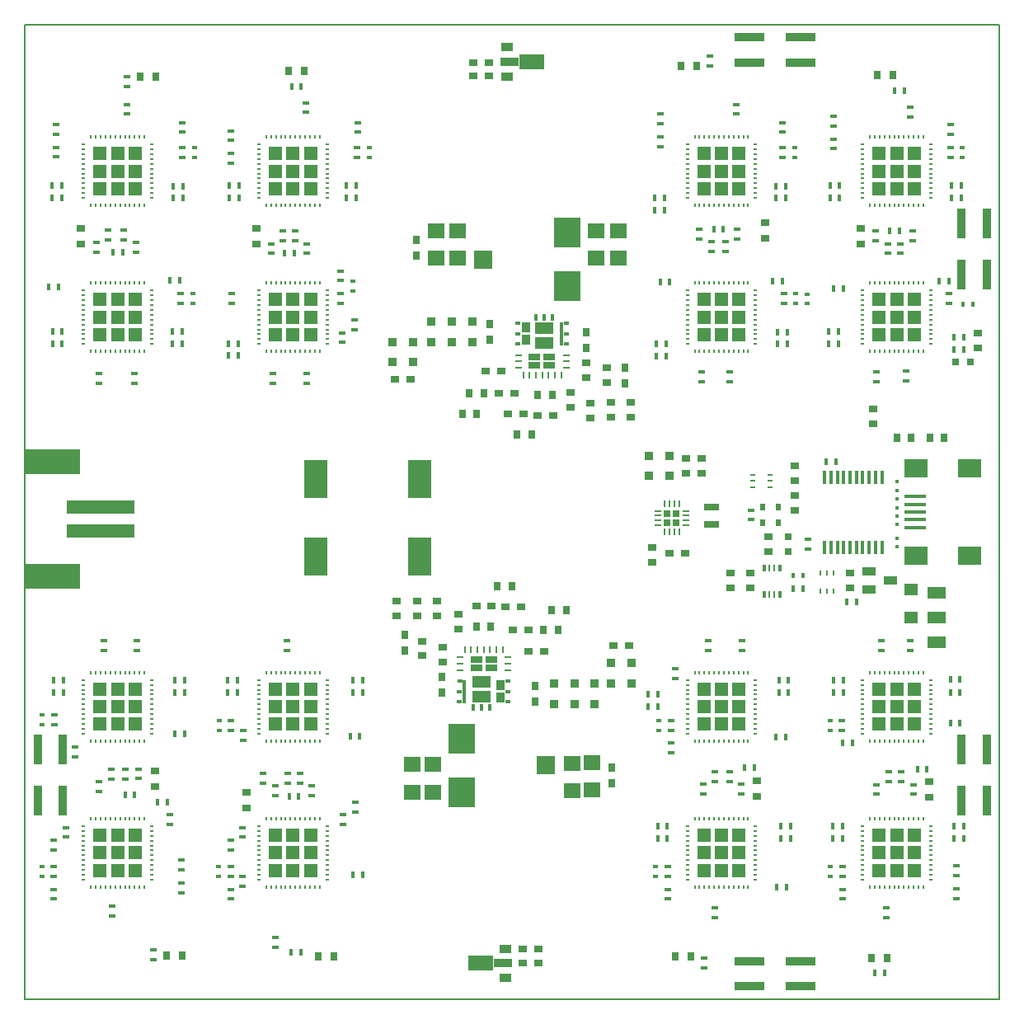
<source format=gtp>
G04 (created by PCBNEW (2013-05-16 BZR 4016)-stable) date 24. 12. 2013 16:18:25*
%MOIN*%
G04 Gerber Fmt 3.4, Leading zero omitted, Abs format*
%FSLAX34Y34*%
G01*
G70*
G90*
G04 APERTURE LIST*
%ADD10C,0.00590551*%
%ADD11R,0.023622X0.0314961*%
%ADD12R,0.0688315X0.0609315*%
%ADD13R,0.0865315X0.0176315*%
%ADD14R,0.0964315X0.0767315*%
%ADD15R,0.0240157X0.00984252*%
%ADD16R,0.0137315X0.0570315*%
%ADD17R,0.0767717X0.0480315*%
%ADD18R,0.0216315X0.0137315*%
%ADD19R,0.124016X0.0374016*%
%ADD20R,0.0374016X0.124016*%
%ADD21R,0.0176315X0.0098315*%
%ADD22R,0.0098315X0.0176315*%
%ADD23R,0.0570866X0.0570866*%
%ADD24R,0.0098315X0.0275315*%
%ADD25R,0.0275315X0.0098315*%
%ADD26R,0.0255906X0.0255906*%
%ADD27R,0.0098315X0.0255315*%
%ADD28R,0.0255315X0.0098315*%
%ADD29R,0.0216535X0.0149606*%
%ADD30R,0.0149606X0.0255906*%
%ADD31R,0.0452756X0.0255906*%
%ADD32R,0.075748X0.0468504*%
%ADD33R,0.0334646X0.0433071*%
%ADD34R,0.0129921X0.096063*%
%ADD35R,0.00984252X0.0240157*%
%ADD36R,0.0177165X0.0177165*%
%ADD37R,0.0492126X0.0334646*%
%ADD38R,0.0728346X0.0334646*%
%ADD39R,0.104331X0.0649606*%
%ADD40R,0.0137795X0.0275591*%
%ADD41R,0.00984252X0.0275591*%
%ADD42R,0.0531496X0.0374016*%
%ADD43R,0.0295276X0.0295276*%
%ADD44R,0.0531496X0.0492126*%
%ADD45R,0.0728346X0.0767717*%
%ADD46R,0.108268X0.120079*%
%ADD47R,0.0610236X0.0295276*%
%ADD48R,0.0295276X0.0374016*%
%ADD49R,0.0374016X0.0295276*%
%ADD50R,0.0964567X0.155512*%
%ADD51R,0.0295276X0.0334646*%
%ADD52R,0.0334646X0.0295276*%
%ADD53R,0.0374016X0.0374016*%
%ADD54R,0.0334646X0.0255906*%
%ADD55R,0.0255906X0.0334646*%
%ADD56R,0.0255906X0.0177165*%
%ADD57R,0.0177165X0.0255906*%
%ADD58R,0.0216535X0.0177165*%
%ADD59R,0.0177165X0.0216535*%
%ADD60R,0.218504X0.102362*%
%ADD61R,0.273622X0.0531496*%
G04 APERTURE END LIST*
G54D10*
X38779Y-61023D02*
X78149Y-61023D01*
X78149Y-61023D02*
X78149Y-21653D01*
X78149Y-21653D02*
X38779Y-21653D01*
X38779Y-21653D02*
X38779Y-61023D01*
G54D11*
X69242Y-41151D03*
X68592Y-41151D03*
X69242Y-41761D03*
X68592Y-41761D03*
G54D12*
X56279Y-29960D03*
X56279Y-31062D03*
X55413Y-29960D03*
X55413Y-31062D03*
X61850Y-29980D03*
X61850Y-31082D03*
X62775Y-29980D03*
X62775Y-31082D03*
X60885Y-52607D03*
X60885Y-51505D03*
X61712Y-52587D03*
X61712Y-51485D03*
X55275Y-52657D03*
X55275Y-51555D03*
X54429Y-52657D03*
X54429Y-51555D03*
G54D13*
X74763Y-41338D03*
X74763Y-41652D03*
X74763Y-41967D03*
X74763Y-41024D03*
X74763Y-40709D03*
G54D14*
X74803Y-43089D03*
X74803Y-39587D03*
X76948Y-43089D03*
X76948Y-39587D03*
G54D15*
X68905Y-40334D03*
X68181Y-40078D03*
X68905Y-39822D03*
X68905Y-40078D03*
X68181Y-39822D03*
X68181Y-40334D03*
G54D16*
X71112Y-42785D03*
X71368Y-42785D03*
X71624Y-42785D03*
X71880Y-42785D03*
X72136Y-42785D03*
X72390Y-42785D03*
X72646Y-42785D03*
X72902Y-42785D03*
X73158Y-42785D03*
X73414Y-42785D03*
X73414Y-39931D03*
X73158Y-39931D03*
X72902Y-39931D03*
X72646Y-39931D03*
X72390Y-39931D03*
X72136Y-39931D03*
X71880Y-39931D03*
X71624Y-39931D03*
X71368Y-39931D03*
X71112Y-39931D03*
G54D17*
X75629Y-45610D03*
X75629Y-46614D03*
X75629Y-44606D03*
G54D18*
X70403Y-32539D03*
X70403Y-32893D03*
G54D19*
X68051Y-23159D03*
X68051Y-22155D03*
X70137Y-22155D03*
X70137Y-23159D03*
G54D20*
X76643Y-29665D03*
X77647Y-29665D03*
X77647Y-31751D03*
X76643Y-31751D03*
X76643Y-50925D03*
X77647Y-50925D03*
X77647Y-53011D03*
X76643Y-53011D03*
G54D19*
X70137Y-59517D03*
X70137Y-60521D03*
X68051Y-60521D03*
X68051Y-59517D03*
G54D21*
X43896Y-26477D03*
X43896Y-26674D03*
X43896Y-26871D03*
X43896Y-27067D03*
X43896Y-27264D03*
X43896Y-27461D03*
X43896Y-27657D03*
X43896Y-27854D03*
X43896Y-28051D03*
X43896Y-28247D03*
X43896Y-28444D03*
X43896Y-28641D03*
G54D22*
X43601Y-28936D03*
X43404Y-28936D03*
X43207Y-28936D03*
X43011Y-28936D03*
X42814Y-28936D03*
X42617Y-28936D03*
X42421Y-28936D03*
X42224Y-28936D03*
X42027Y-28936D03*
X41831Y-28936D03*
X41634Y-28936D03*
X41437Y-28936D03*
G54D21*
X41142Y-28641D03*
X41142Y-28444D03*
X41142Y-28247D03*
X41142Y-28051D03*
X41142Y-27854D03*
X41142Y-27657D03*
X41142Y-27461D03*
X41142Y-27264D03*
X41142Y-27067D03*
X41142Y-26871D03*
X41142Y-26674D03*
X41142Y-26477D03*
G54D22*
X41437Y-26182D03*
X41634Y-26182D03*
X41831Y-26182D03*
X42027Y-26182D03*
X42224Y-26182D03*
X42421Y-26182D03*
X42617Y-26182D03*
X42814Y-26182D03*
X43011Y-26182D03*
X43207Y-26182D03*
X43404Y-26182D03*
X43601Y-26182D03*
G54D23*
X41811Y-26850D03*
X42519Y-26850D03*
X43228Y-26850D03*
X41811Y-27559D03*
X42519Y-27559D03*
X43228Y-27559D03*
X41811Y-28267D03*
X42519Y-28267D03*
X43228Y-28267D03*
G54D21*
X43896Y-32382D03*
X43896Y-32579D03*
X43896Y-32776D03*
X43896Y-32972D03*
X43896Y-33169D03*
X43896Y-33366D03*
X43896Y-33562D03*
X43896Y-33759D03*
X43896Y-33956D03*
X43896Y-34152D03*
X43896Y-34349D03*
X43896Y-34546D03*
G54D22*
X43601Y-34841D03*
X43404Y-34841D03*
X43207Y-34841D03*
X43011Y-34841D03*
X42814Y-34841D03*
X42617Y-34841D03*
X42421Y-34841D03*
X42224Y-34841D03*
X42027Y-34841D03*
X41831Y-34841D03*
X41634Y-34841D03*
X41437Y-34841D03*
G54D21*
X41142Y-34546D03*
X41142Y-34349D03*
X41142Y-34152D03*
X41142Y-33956D03*
X41142Y-33759D03*
X41142Y-33562D03*
X41142Y-33366D03*
X41142Y-33169D03*
X41142Y-32972D03*
X41142Y-32776D03*
X41142Y-32579D03*
X41142Y-32382D03*
G54D22*
X41437Y-32087D03*
X41634Y-32087D03*
X41831Y-32087D03*
X42027Y-32087D03*
X42224Y-32087D03*
X42421Y-32087D03*
X42617Y-32087D03*
X42814Y-32087D03*
X43011Y-32087D03*
X43207Y-32087D03*
X43404Y-32087D03*
X43601Y-32087D03*
G54D23*
X41811Y-32755D03*
X42519Y-32755D03*
X43228Y-32755D03*
X41811Y-33464D03*
X42519Y-33464D03*
X43228Y-33464D03*
X41811Y-34173D03*
X42519Y-34173D03*
X43228Y-34173D03*
G54D21*
X50983Y-32382D03*
X50983Y-32579D03*
X50983Y-32776D03*
X50983Y-32972D03*
X50983Y-33169D03*
X50983Y-33366D03*
X50983Y-33562D03*
X50983Y-33759D03*
X50983Y-33956D03*
X50983Y-34152D03*
X50983Y-34349D03*
X50983Y-34546D03*
G54D22*
X50688Y-34841D03*
X50491Y-34841D03*
X50294Y-34841D03*
X50098Y-34841D03*
X49901Y-34841D03*
X49704Y-34841D03*
X49508Y-34841D03*
X49311Y-34841D03*
X49114Y-34841D03*
X48918Y-34841D03*
X48721Y-34841D03*
X48524Y-34841D03*
G54D21*
X48229Y-34546D03*
X48229Y-34349D03*
X48229Y-34152D03*
X48229Y-33956D03*
X48229Y-33759D03*
X48229Y-33562D03*
X48229Y-33366D03*
X48229Y-33169D03*
X48229Y-32972D03*
X48229Y-32776D03*
X48229Y-32579D03*
X48229Y-32382D03*
G54D22*
X48524Y-32087D03*
X48721Y-32087D03*
X48918Y-32087D03*
X49114Y-32087D03*
X49311Y-32087D03*
X49508Y-32087D03*
X49704Y-32087D03*
X49901Y-32087D03*
X50098Y-32087D03*
X50294Y-32087D03*
X50491Y-32087D03*
X50688Y-32087D03*
G54D23*
X48897Y-32755D03*
X49606Y-32755D03*
X50314Y-32755D03*
X48897Y-33464D03*
X49606Y-33464D03*
X50314Y-33464D03*
X48897Y-34173D03*
X49606Y-34173D03*
X50314Y-34173D03*
G54D21*
X50983Y-26477D03*
X50983Y-26674D03*
X50983Y-26871D03*
X50983Y-27067D03*
X50983Y-27264D03*
X50983Y-27461D03*
X50983Y-27657D03*
X50983Y-27854D03*
X50983Y-28051D03*
X50983Y-28247D03*
X50983Y-28444D03*
X50983Y-28641D03*
G54D22*
X50688Y-28936D03*
X50491Y-28936D03*
X50294Y-28936D03*
X50098Y-28936D03*
X49901Y-28936D03*
X49704Y-28936D03*
X49508Y-28936D03*
X49311Y-28936D03*
X49114Y-28936D03*
X48918Y-28936D03*
X48721Y-28936D03*
X48524Y-28936D03*
G54D21*
X48229Y-28641D03*
X48229Y-28444D03*
X48229Y-28247D03*
X48229Y-28051D03*
X48229Y-27854D03*
X48229Y-27657D03*
X48229Y-27461D03*
X48229Y-27264D03*
X48229Y-27067D03*
X48229Y-26871D03*
X48229Y-26674D03*
X48229Y-26477D03*
G54D22*
X48524Y-26182D03*
X48721Y-26182D03*
X48918Y-26182D03*
X49114Y-26182D03*
X49311Y-26182D03*
X49508Y-26182D03*
X49704Y-26182D03*
X49901Y-26182D03*
X50098Y-26182D03*
X50294Y-26182D03*
X50491Y-26182D03*
X50688Y-26182D03*
G54D23*
X48897Y-26850D03*
X49606Y-26850D03*
X50314Y-26850D03*
X48897Y-27559D03*
X49606Y-27559D03*
X50314Y-27559D03*
X48897Y-28267D03*
X49606Y-28267D03*
X50314Y-28267D03*
G54D21*
X41142Y-50294D03*
X41142Y-50097D03*
X41142Y-49900D03*
X41142Y-49704D03*
X41142Y-49507D03*
X41142Y-49310D03*
X41142Y-49114D03*
X41142Y-48917D03*
X41142Y-48720D03*
X41142Y-48524D03*
X41142Y-48327D03*
X41142Y-48130D03*
G54D22*
X41437Y-47835D03*
X41634Y-47835D03*
X41831Y-47835D03*
X42027Y-47835D03*
X42224Y-47835D03*
X42421Y-47835D03*
X42617Y-47835D03*
X42814Y-47835D03*
X43011Y-47835D03*
X43207Y-47835D03*
X43404Y-47835D03*
X43601Y-47835D03*
G54D21*
X43896Y-48130D03*
X43896Y-48327D03*
X43896Y-48524D03*
X43896Y-48720D03*
X43896Y-48917D03*
X43896Y-49114D03*
X43896Y-49310D03*
X43896Y-49507D03*
X43896Y-49704D03*
X43896Y-49900D03*
X43896Y-50097D03*
X43896Y-50294D03*
G54D22*
X43601Y-50589D03*
X43404Y-50589D03*
X43207Y-50589D03*
X43011Y-50589D03*
X42814Y-50589D03*
X42617Y-50589D03*
X42421Y-50589D03*
X42224Y-50589D03*
X42027Y-50589D03*
X41831Y-50589D03*
X41634Y-50589D03*
X41437Y-50589D03*
G54D23*
X43228Y-49921D03*
X42519Y-49921D03*
X41811Y-49921D03*
X43228Y-49212D03*
X42519Y-49212D03*
X41811Y-49212D03*
X43228Y-48503D03*
X42519Y-48503D03*
X41811Y-48503D03*
G54D21*
X41142Y-56200D03*
X41142Y-56003D03*
X41142Y-55806D03*
X41142Y-55610D03*
X41142Y-55413D03*
X41142Y-55216D03*
X41142Y-55020D03*
X41142Y-54823D03*
X41142Y-54626D03*
X41142Y-54430D03*
X41142Y-54233D03*
X41142Y-54036D03*
G54D22*
X41437Y-53741D03*
X41634Y-53741D03*
X41831Y-53741D03*
X42027Y-53741D03*
X42224Y-53741D03*
X42421Y-53741D03*
X42617Y-53741D03*
X42814Y-53741D03*
X43011Y-53741D03*
X43207Y-53741D03*
X43404Y-53741D03*
X43601Y-53741D03*
G54D21*
X43896Y-54036D03*
X43896Y-54233D03*
X43896Y-54430D03*
X43896Y-54626D03*
X43896Y-54823D03*
X43896Y-55020D03*
X43896Y-55216D03*
X43896Y-55413D03*
X43896Y-55610D03*
X43896Y-55806D03*
X43896Y-56003D03*
X43896Y-56200D03*
G54D22*
X43601Y-56495D03*
X43404Y-56495D03*
X43207Y-56495D03*
X43011Y-56495D03*
X42814Y-56495D03*
X42617Y-56495D03*
X42421Y-56495D03*
X42224Y-56495D03*
X42027Y-56495D03*
X41831Y-56495D03*
X41634Y-56495D03*
X41437Y-56495D03*
G54D23*
X43228Y-55826D03*
X42519Y-55826D03*
X41811Y-55826D03*
X43228Y-55118D03*
X42519Y-55118D03*
X41811Y-55118D03*
X43228Y-54409D03*
X42519Y-54409D03*
X41811Y-54409D03*
G54D21*
X48229Y-56200D03*
X48229Y-56003D03*
X48229Y-55806D03*
X48229Y-55610D03*
X48229Y-55413D03*
X48229Y-55216D03*
X48229Y-55020D03*
X48229Y-54823D03*
X48229Y-54626D03*
X48229Y-54430D03*
X48229Y-54233D03*
X48229Y-54036D03*
G54D22*
X48524Y-53741D03*
X48721Y-53741D03*
X48918Y-53741D03*
X49114Y-53741D03*
X49311Y-53741D03*
X49508Y-53741D03*
X49704Y-53741D03*
X49901Y-53741D03*
X50098Y-53741D03*
X50294Y-53741D03*
X50491Y-53741D03*
X50688Y-53741D03*
G54D21*
X50983Y-54036D03*
X50983Y-54233D03*
X50983Y-54430D03*
X50983Y-54626D03*
X50983Y-54823D03*
X50983Y-55020D03*
X50983Y-55216D03*
X50983Y-55413D03*
X50983Y-55610D03*
X50983Y-55806D03*
X50983Y-56003D03*
X50983Y-56200D03*
G54D22*
X50688Y-56495D03*
X50491Y-56495D03*
X50294Y-56495D03*
X50098Y-56495D03*
X49901Y-56495D03*
X49704Y-56495D03*
X49508Y-56495D03*
X49311Y-56495D03*
X49114Y-56495D03*
X48918Y-56495D03*
X48721Y-56495D03*
X48524Y-56495D03*
G54D23*
X50314Y-55826D03*
X49606Y-55826D03*
X48897Y-55826D03*
X50314Y-55118D03*
X49606Y-55118D03*
X48897Y-55118D03*
X50314Y-54409D03*
X49606Y-54409D03*
X48897Y-54409D03*
G54D21*
X48229Y-50294D03*
X48229Y-50097D03*
X48229Y-49900D03*
X48229Y-49704D03*
X48229Y-49507D03*
X48229Y-49310D03*
X48229Y-49114D03*
X48229Y-48917D03*
X48229Y-48720D03*
X48229Y-48524D03*
X48229Y-48327D03*
X48229Y-48130D03*
G54D22*
X48524Y-47835D03*
X48721Y-47835D03*
X48918Y-47835D03*
X49114Y-47835D03*
X49311Y-47835D03*
X49508Y-47835D03*
X49704Y-47835D03*
X49901Y-47835D03*
X50098Y-47835D03*
X50294Y-47835D03*
X50491Y-47835D03*
X50688Y-47835D03*
G54D21*
X50983Y-48130D03*
X50983Y-48327D03*
X50983Y-48524D03*
X50983Y-48720D03*
X50983Y-48917D03*
X50983Y-49114D03*
X50983Y-49310D03*
X50983Y-49507D03*
X50983Y-49704D03*
X50983Y-49900D03*
X50983Y-50097D03*
X50983Y-50294D03*
G54D22*
X50688Y-50589D03*
X50491Y-50589D03*
X50294Y-50589D03*
X50098Y-50589D03*
X49901Y-50589D03*
X49704Y-50589D03*
X49508Y-50589D03*
X49311Y-50589D03*
X49114Y-50589D03*
X48918Y-50589D03*
X48721Y-50589D03*
X48524Y-50589D03*
G54D23*
X50314Y-49921D03*
X49606Y-49921D03*
X48897Y-49921D03*
X50314Y-49212D03*
X49606Y-49212D03*
X48897Y-49212D03*
X50314Y-48503D03*
X49606Y-48503D03*
X48897Y-48503D03*
G54D21*
X65552Y-50294D03*
X65552Y-50097D03*
X65552Y-49900D03*
X65552Y-49704D03*
X65552Y-49507D03*
X65552Y-49310D03*
X65552Y-49114D03*
X65552Y-48917D03*
X65552Y-48720D03*
X65552Y-48524D03*
X65552Y-48327D03*
X65552Y-48130D03*
G54D22*
X65847Y-47835D03*
X66044Y-47835D03*
X66241Y-47835D03*
X66437Y-47835D03*
X66634Y-47835D03*
X66831Y-47835D03*
X67027Y-47835D03*
X67224Y-47835D03*
X67421Y-47835D03*
X67617Y-47835D03*
X67814Y-47835D03*
X68011Y-47835D03*
G54D21*
X68306Y-48130D03*
X68306Y-48327D03*
X68306Y-48524D03*
X68306Y-48720D03*
X68306Y-48917D03*
X68306Y-49114D03*
X68306Y-49310D03*
X68306Y-49507D03*
X68306Y-49704D03*
X68306Y-49900D03*
X68306Y-50097D03*
X68306Y-50294D03*
G54D22*
X68011Y-50589D03*
X67814Y-50589D03*
X67617Y-50589D03*
X67421Y-50589D03*
X67224Y-50589D03*
X67027Y-50589D03*
X66831Y-50589D03*
X66634Y-50589D03*
X66437Y-50589D03*
X66241Y-50589D03*
X66044Y-50589D03*
X65847Y-50589D03*
G54D23*
X67637Y-49921D03*
X66929Y-49921D03*
X66220Y-49921D03*
X67637Y-49212D03*
X66929Y-49212D03*
X66220Y-49212D03*
X67637Y-48503D03*
X66929Y-48503D03*
X66220Y-48503D03*
G54D21*
X65552Y-56200D03*
X65552Y-56003D03*
X65552Y-55806D03*
X65552Y-55610D03*
X65552Y-55413D03*
X65552Y-55216D03*
X65552Y-55020D03*
X65552Y-54823D03*
X65552Y-54626D03*
X65552Y-54430D03*
X65552Y-54233D03*
X65552Y-54036D03*
G54D22*
X65847Y-53741D03*
X66044Y-53741D03*
X66241Y-53741D03*
X66437Y-53741D03*
X66634Y-53741D03*
X66831Y-53741D03*
X67027Y-53741D03*
X67224Y-53741D03*
X67421Y-53741D03*
X67617Y-53741D03*
X67814Y-53741D03*
X68011Y-53741D03*
G54D21*
X68306Y-54036D03*
X68306Y-54233D03*
X68306Y-54430D03*
X68306Y-54626D03*
X68306Y-54823D03*
X68306Y-55020D03*
X68306Y-55216D03*
X68306Y-55413D03*
X68306Y-55610D03*
X68306Y-55806D03*
X68306Y-56003D03*
X68306Y-56200D03*
G54D22*
X68011Y-56495D03*
X67814Y-56495D03*
X67617Y-56495D03*
X67421Y-56495D03*
X67224Y-56495D03*
X67027Y-56495D03*
X66831Y-56495D03*
X66634Y-56495D03*
X66437Y-56495D03*
X66241Y-56495D03*
X66044Y-56495D03*
X65847Y-56495D03*
G54D23*
X67637Y-55826D03*
X66929Y-55826D03*
X66220Y-55826D03*
X67637Y-55118D03*
X66929Y-55118D03*
X66220Y-55118D03*
X67637Y-54409D03*
X66929Y-54409D03*
X66220Y-54409D03*
G54D21*
X72638Y-56200D03*
X72638Y-56003D03*
X72638Y-55806D03*
X72638Y-55610D03*
X72638Y-55413D03*
X72638Y-55216D03*
X72638Y-55020D03*
X72638Y-54823D03*
X72638Y-54626D03*
X72638Y-54430D03*
X72638Y-54233D03*
X72638Y-54036D03*
G54D22*
X72933Y-53741D03*
X73130Y-53741D03*
X73327Y-53741D03*
X73523Y-53741D03*
X73720Y-53741D03*
X73917Y-53741D03*
X74113Y-53741D03*
X74310Y-53741D03*
X74507Y-53741D03*
X74703Y-53741D03*
X74900Y-53741D03*
X75097Y-53741D03*
G54D21*
X75392Y-54036D03*
X75392Y-54233D03*
X75392Y-54430D03*
X75392Y-54626D03*
X75392Y-54823D03*
X75392Y-55020D03*
X75392Y-55216D03*
X75392Y-55413D03*
X75392Y-55610D03*
X75392Y-55806D03*
X75392Y-56003D03*
X75392Y-56200D03*
G54D22*
X75097Y-56495D03*
X74900Y-56495D03*
X74703Y-56495D03*
X74507Y-56495D03*
X74310Y-56495D03*
X74113Y-56495D03*
X73917Y-56495D03*
X73720Y-56495D03*
X73523Y-56495D03*
X73327Y-56495D03*
X73130Y-56495D03*
X72933Y-56495D03*
G54D23*
X74724Y-55826D03*
X74015Y-55826D03*
X73307Y-55826D03*
X74724Y-55118D03*
X74015Y-55118D03*
X73307Y-55118D03*
X74724Y-54409D03*
X74015Y-54409D03*
X73307Y-54409D03*
G54D21*
X72638Y-50294D03*
X72638Y-50097D03*
X72638Y-49900D03*
X72638Y-49704D03*
X72638Y-49507D03*
X72638Y-49310D03*
X72638Y-49114D03*
X72638Y-48917D03*
X72638Y-48720D03*
X72638Y-48524D03*
X72638Y-48327D03*
X72638Y-48130D03*
G54D22*
X72933Y-47835D03*
X73130Y-47835D03*
X73327Y-47835D03*
X73523Y-47835D03*
X73720Y-47835D03*
X73917Y-47835D03*
X74113Y-47835D03*
X74310Y-47835D03*
X74507Y-47835D03*
X74703Y-47835D03*
X74900Y-47835D03*
X75097Y-47835D03*
G54D21*
X75392Y-48130D03*
X75392Y-48327D03*
X75392Y-48524D03*
X75392Y-48720D03*
X75392Y-48917D03*
X75392Y-49114D03*
X75392Y-49310D03*
X75392Y-49507D03*
X75392Y-49704D03*
X75392Y-49900D03*
X75392Y-50097D03*
X75392Y-50294D03*
G54D22*
X75097Y-50589D03*
X74900Y-50589D03*
X74703Y-50589D03*
X74507Y-50589D03*
X74310Y-50589D03*
X74113Y-50589D03*
X73917Y-50589D03*
X73720Y-50589D03*
X73523Y-50589D03*
X73327Y-50589D03*
X73130Y-50589D03*
X72933Y-50589D03*
G54D23*
X74724Y-49921D03*
X74015Y-49921D03*
X73307Y-49921D03*
X74724Y-49212D03*
X74015Y-49212D03*
X73307Y-49212D03*
X74724Y-48503D03*
X74015Y-48503D03*
X73307Y-48503D03*
G54D21*
X75392Y-32382D03*
X75392Y-32579D03*
X75392Y-32776D03*
X75392Y-32972D03*
X75392Y-33169D03*
X75392Y-33366D03*
X75392Y-33562D03*
X75392Y-33759D03*
X75392Y-33956D03*
X75392Y-34152D03*
X75392Y-34349D03*
X75392Y-34546D03*
G54D22*
X75097Y-34841D03*
X74900Y-34841D03*
X74703Y-34841D03*
X74507Y-34841D03*
X74310Y-34841D03*
X74113Y-34841D03*
X73917Y-34841D03*
X73720Y-34841D03*
X73523Y-34841D03*
X73327Y-34841D03*
X73130Y-34841D03*
X72933Y-34841D03*
G54D21*
X72638Y-34546D03*
X72638Y-34349D03*
X72638Y-34152D03*
X72638Y-33956D03*
X72638Y-33759D03*
X72638Y-33562D03*
X72638Y-33366D03*
X72638Y-33169D03*
X72638Y-32972D03*
X72638Y-32776D03*
X72638Y-32579D03*
X72638Y-32382D03*
G54D22*
X72933Y-32087D03*
X73130Y-32087D03*
X73327Y-32087D03*
X73523Y-32087D03*
X73720Y-32087D03*
X73917Y-32087D03*
X74113Y-32087D03*
X74310Y-32087D03*
X74507Y-32087D03*
X74703Y-32087D03*
X74900Y-32087D03*
X75097Y-32087D03*
G54D23*
X73307Y-32755D03*
X74015Y-32755D03*
X74724Y-32755D03*
X73307Y-33464D03*
X74015Y-33464D03*
X74724Y-33464D03*
X73307Y-34173D03*
X74015Y-34173D03*
X74724Y-34173D03*
G54D21*
X75392Y-26477D03*
X75392Y-26674D03*
X75392Y-26871D03*
X75392Y-27067D03*
X75392Y-27264D03*
X75392Y-27461D03*
X75392Y-27657D03*
X75392Y-27854D03*
X75392Y-28051D03*
X75392Y-28247D03*
X75392Y-28444D03*
X75392Y-28641D03*
G54D22*
X75097Y-28936D03*
X74900Y-28936D03*
X74703Y-28936D03*
X74507Y-28936D03*
X74310Y-28936D03*
X74113Y-28936D03*
X73917Y-28936D03*
X73720Y-28936D03*
X73523Y-28936D03*
X73327Y-28936D03*
X73130Y-28936D03*
X72933Y-28936D03*
G54D21*
X72638Y-28641D03*
X72638Y-28444D03*
X72638Y-28247D03*
X72638Y-28051D03*
X72638Y-27854D03*
X72638Y-27657D03*
X72638Y-27461D03*
X72638Y-27264D03*
X72638Y-27067D03*
X72638Y-26871D03*
X72638Y-26674D03*
X72638Y-26477D03*
G54D22*
X72933Y-26182D03*
X73130Y-26182D03*
X73327Y-26182D03*
X73523Y-26182D03*
X73720Y-26182D03*
X73917Y-26182D03*
X74113Y-26182D03*
X74310Y-26182D03*
X74507Y-26182D03*
X74703Y-26182D03*
X74900Y-26182D03*
X75097Y-26182D03*
G54D23*
X73307Y-26850D03*
X74015Y-26850D03*
X74724Y-26850D03*
X73307Y-27559D03*
X74015Y-27559D03*
X74724Y-27559D03*
X73307Y-28267D03*
X74015Y-28267D03*
X74724Y-28267D03*
G54D21*
X68306Y-26477D03*
X68306Y-26674D03*
X68306Y-26871D03*
X68306Y-27067D03*
X68306Y-27264D03*
X68306Y-27461D03*
X68306Y-27657D03*
X68306Y-27854D03*
X68306Y-28051D03*
X68306Y-28247D03*
X68306Y-28444D03*
X68306Y-28641D03*
G54D22*
X68011Y-28936D03*
X67814Y-28936D03*
X67617Y-28936D03*
X67421Y-28936D03*
X67224Y-28936D03*
X67027Y-28936D03*
X66831Y-28936D03*
X66634Y-28936D03*
X66437Y-28936D03*
X66241Y-28936D03*
X66044Y-28936D03*
X65847Y-28936D03*
G54D21*
X65552Y-28641D03*
X65552Y-28444D03*
X65552Y-28247D03*
X65552Y-28051D03*
X65552Y-27854D03*
X65552Y-27657D03*
X65552Y-27461D03*
X65552Y-27264D03*
X65552Y-27067D03*
X65552Y-26871D03*
X65552Y-26674D03*
X65552Y-26477D03*
G54D22*
X65847Y-26182D03*
X66044Y-26182D03*
X66241Y-26182D03*
X66437Y-26182D03*
X66634Y-26182D03*
X66831Y-26182D03*
X67027Y-26182D03*
X67224Y-26182D03*
X67421Y-26182D03*
X67617Y-26182D03*
X67814Y-26182D03*
X68011Y-26182D03*
G54D23*
X66220Y-26850D03*
X66929Y-26850D03*
X67637Y-26850D03*
X66220Y-27559D03*
X66929Y-27559D03*
X67637Y-27559D03*
X66220Y-28267D03*
X66929Y-28267D03*
X67637Y-28267D03*
G54D21*
X68306Y-32382D03*
X68306Y-32579D03*
X68306Y-32776D03*
X68306Y-32972D03*
X68306Y-33169D03*
X68306Y-33366D03*
X68306Y-33562D03*
X68306Y-33759D03*
X68306Y-33956D03*
X68306Y-34152D03*
X68306Y-34349D03*
X68306Y-34546D03*
G54D22*
X68011Y-34841D03*
X67814Y-34841D03*
X67617Y-34841D03*
X67421Y-34841D03*
X67224Y-34841D03*
X67027Y-34841D03*
X66831Y-34841D03*
X66634Y-34841D03*
X66437Y-34841D03*
X66241Y-34841D03*
X66044Y-34841D03*
X65847Y-34841D03*
G54D21*
X65552Y-34546D03*
X65552Y-34349D03*
X65552Y-34152D03*
X65552Y-33956D03*
X65552Y-33759D03*
X65552Y-33562D03*
X65552Y-33366D03*
X65552Y-33169D03*
X65552Y-32972D03*
X65552Y-32776D03*
X65552Y-32579D03*
X65552Y-32382D03*
G54D22*
X65847Y-32087D03*
X66044Y-32087D03*
X66241Y-32087D03*
X66437Y-32087D03*
X66634Y-32087D03*
X66831Y-32087D03*
X67027Y-32087D03*
X67224Y-32087D03*
X67421Y-32087D03*
X67617Y-32087D03*
X67814Y-32087D03*
X68011Y-32087D03*
G54D23*
X66220Y-32755D03*
X66929Y-32755D03*
X67637Y-32755D03*
X66220Y-33464D03*
X66929Y-33464D03*
X67637Y-33464D03*
X66220Y-34173D03*
X66929Y-34173D03*
X67637Y-34173D03*
G54D24*
X65214Y-41015D03*
X65017Y-41015D03*
X64821Y-41015D03*
X64624Y-41015D03*
G54D25*
X64349Y-41290D03*
X64349Y-41487D03*
X64349Y-41683D03*
X64349Y-41880D03*
G54D24*
X64624Y-42155D03*
X64821Y-42155D03*
X65017Y-42155D03*
X65214Y-42155D03*
G54D25*
X65489Y-41880D03*
X65489Y-41683D03*
X65489Y-41487D03*
X65489Y-41290D03*
G54D26*
X65096Y-41408D03*
X65096Y-41763D03*
X64742Y-41408D03*
X64742Y-41763D03*
G54D27*
X58917Y-35816D03*
X59173Y-35816D03*
X59429Y-35816D03*
X59685Y-35816D03*
X59940Y-35816D03*
X60196Y-35816D03*
X60452Y-35816D03*
G54D28*
X60649Y-35501D03*
X60649Y-35245D03*
X60649Y-34989D03*
X58721Y-35501D03*
X58721Y-35245D03*
X58721Y-34989D03*
G54D29*
X58700Y-33710D03*
X58700Y-34123D03*
X58700Y-34536D03*
X60669Y-33710D03*
X60669Y-34123D03*
X60659Y-34536D03*
G54D30*
X59773Y-33483D03*
X59438Y-33483D03*
X60108Y-33483D03*
G54D31*
X59960Y-35078D03*
X59370Y-35078D03*
X59370Y-35412D03*
X59960Y-35412D03*
G54D32*
X59773Y-34517D03*
X59773Y-33906D03*
G54D33*
X59025Y-34379D03*
X59025Y-33867D03*
G54D34*
X60472Y-34123D03*
G54D27*
X58089Y-46902D03*
X57833Y-46902D03*
X57577Y-46902D03*
X57322Y-46902D03*
X57066Y-46902D03*
X56810Y-46902D03*
X56554Y-46902D03*
G54D28*
X56358Y-47218D03*
X56358Y-47474D03*
X56358Y-47730D03*
X58286Y-47218D03*
X58286Y-47474D03*
X58286Y-47730D03*
G54D29*
X58306Y-49008D03*
X58306Y-48595D03*
X58306Y-48182D03*
X56337Y-49008D03*
X56337Y-48595D03*
X56347Y-48182D03*
G54D30*
X57233Y-49235D03*
X57568Y-49235D03*
X56898Y-49235D03*
G54D31*
X57046Y-47640D03*
X57636Y-47640D03*
X57636Y-47306D03*
X57046Y-47306D03*
G54D32*
X57233Y-48201D03*
X57233Y-48812D03*
G54D33*
X57981Y-48339D03*
X57981Y-48851D03*
G54D34*
X56534Y-48595D03*
G54D20*
X40285Y-53011D03*
X39281Y-53011D03*
X39281Y-50925D03*
X40285Y-50925D03*
G54D35*
X70944Y-44545D03*
X71200Y-43820D03*
X71456Y-44545D03*
X71200Y-44545D03*
X71456Y-43820D03*
X70944Y-43820D03*
G54D36*
X74025Y-41496D03*
X74025Y-41850D03*
X74025Y-40807D03*
X74025Y-41161D03*
X74035Y-42401D03*
X74035Y-42755D03*
X74025Y-40118D03*
X74025Y-40472D03*
G54D37*
X58263Y-22542D03*
G54D38*
X58361Y-23133D03*
G54D37*
X58263Y-23724D03*
G54D39*
X59248Y-23133D03*
G54D37*
X58188Y-60177D03*
G54D38*
X58090Y-59586D03*
G54D37*
X58188Y-58995D03*
G54D39*
X57204Y-59586D03*
G54D40*
X69291Y-44685D03*
X68661Y-44685D03*
G54D41*
X68877Y-44685D03*
X69074Y-44685D03*
X69074Y-43602D03*
X68877Y-43602D03*
G54D40*
X68661Y-43602D03*
X69291Y-43602D03*
G54D42*
X72883Y-43740D03*
X72883Y-44488D03*
X73750Y-44104D03*
G54D43*
X69616Y-42352D03*
X69616Y-42942D03*
X76407Y-35275D03*
X76998Y-35275D03*
G54D44*
X74596Y-45600D03*
X74596Y-44458D03*
G54D45*
X57290Y-31123D03*
G54D46*
X60696Y-32205D03*
X60696Y-30040D03*
G54D45*
X59838Y-51588D03*
G54D46*
X56432Y-50505D03*
X56432Y-52670D03*
G54D47*
X66525Y-41840D03*
X66525Y-41131D03*
G54D48*
X44074Y-23740D03*
X43444Y-23740D03*
X50068Y-23494D03*
X49438Y-23494D03*
G54D49*
X48139Y-29881D03*
X48139Y-30511D03*
X41023Y-29862D03*
X41023Y-30492D03*
X44015Y-52431D03*
X44015Y-51801D03*
X47746Y-53307D03*
X47746Y-52677D03*
G54D48*
X45127Y-59261D03*
X44498Y-59261D03*
X51259Y-59320D03*
X50629Y-59320D03*
X65078Y-59301D03*
X65708Y-59301D03*
X73011Y-59360D03*
X73641Y-59360D03*
G54D49*
X68366Y-52844D03*
X68366Y-52214D03*
X75324Y-52874D03*
X75324Y-52244D03*
X68681Y-29645D03*
X68681Y-30275D03*
X72559Y-29862D03*
X72559Y-30492D03*
G54D48*
X65285Y-23307D03*
X65915Y-23307D03*
X73238Y-23661D03*
X73868Y-23661D03*
G54D50*
X50515Y-43141D03*
X50515Y-39992D03*
X54736Y-43141D03*
X54736Y-39992D03*
G54D51*
X59409Y-49015D03*
X59409Y-48385D03*
X57559Y-34370D03*
X57559Y-33740D03*
G54D52*
X53740Y-35984D03*
X54370Y-35984D03*
X57539Y-23716D03*
X56909Y-23716D03*
X57539Y-23157D03*
X56909Y-23157D03*
X58897Y-58996D03*
X59527Y-58996D03*
X58897Y-59586D03*
X59527Y-59586D03*
X66122Y-39173D03*
X65492Y-39173D03*
X66122Y-39783D03*
X65492Y-39783D03*
X64842Y-43011D03*
X65472Y-43011D03*
X58204Y-45159D03*
X58833Y-45159D03*
X57644Y-45151D03*
X57015Y-45151D03*
G54D51*
X54114Y-46929D03*
X54114Y-46299D03*
X62500Y-52293D03*
X62500Y-51663D03*
G54D52*
X59118Y-46985D03*
X59747Y-46985D03*
X62559Y-46732D03*
X63188Y-46732D03*
X58507Y-46103D03*
X59136Y-46103D03*
G54D51*
X55645Y-48017D03*
X55645Y-48646D03*
G54D52*
X58936Y-37375D03*
X58307Y-37375D03*
X59511Y-37422D03*
X60140Y-37422D03*
G54D51*
X63031Y-35511D03*
X63031Y-36141D03*
X54606Y-30354D03*
X54606Y-30984D03*
G54D52*
X58038Y-35635D03*
X57409Y-35635D03*
X58573Y-36548D03*
X57944Y-36548D03*
G54D51*
X61464Y-34713D03*
X61464Y-34084D03*
G54D53*
X63996Y-39881D03*
X64822Y-39881D03*
X63996Y-39074D03*
X64822Y-39074D03*
X60157Y-48287D03*
X60157Y-49114D03*
X60984Y-48287D03*
X60984Y-49114D03*
X61811Y-48287D03*
X61811Y-49114D03*
X62460Y-48267D03*
X63287Y-48267D03*
X62460Y-47440D03*
X63287Y-47440D03*
X56850Y-34468D03*
X56850Y-33641D03*
X56023Y-34468D03*
X56023Y-33641D03*
X55196Y-34468D03*
X55196Y-33641D03*
X54468Y-34488D03*
X53641Y-34488D03*
X54468Y-35275D03*
X53641Y-35275D03*
G54D54*
X68110Y-43818D03*
X68110Y-44409D03*
X67312Y-43818D03*
X67312Y-44409D03*
X72145Y-43799D03*
X72145Y-44389D03*
X68818Y-42942D03*
X68818Y-42352D03*
X77283Y-34704D03*
X77283Y-34114D03*
X73051Y-37185D03*
X73051Y-37775D03*
G54D55*
X75354Y-38346D03*
X75944Y-38346D03*
X74606Y-38346D03*
X74015Y-38346D03*
G54D54*
X69911Y-39468D03*
X69911Y-40059D03*
X69911Y-40669D03*
X69911Y-41259D03*
X64133Y-42775D03*
X64133Y-43366D03*
X56303Y-45477D03*
X56303Y-46068D03*
X54830Y-47154D03*
X54830Y-46563D03*
X54633Y-45540D03*
X54633Y-44949D03*
G54D55*
X57857Y-44340D03*
X58448Y-44340D03*
G54D54*
X53811Y-44945D03*
X53811Y-45536D03*
X55440Y-45540D03*
X55440Y-44949D03*
X55653Y-46815D03*
X55653Y-47406D03*
G54D55*
X60062Y-45304D03*
X60653Y-45304D03*
X59723Y-46103D03*
X60314Y-46103D03*
X57606Y-45970D03*
X57015Y-45970D03*
G54D54*
X60834Y-37095D03*
X60834Y-36504D03*
X62307Y-35516D03*
X62307Y-36107D03*
X62464Y-36914D03*
X62464Y-37505D03*
G54D55*
X59259Y-38194D03*
X58668Y-38194D03*
G54D54*
X63267Y-37509D03*
X63267Y-36918D03*
X61645Y-36945D03*
X61645Y-37536D03*
X61456Y-35902D03*
X61456Y-35311D03*
G54D55*
X57043Y-37375D03*
X56452Y-37375D03*
X57322Y-36548D03*
X56731Y-36548D03*
X59503Y-36596D03*
X60094Y-36596D03*
G54D56*
X70423Y-42450D03*
X70423Y-42844D03*
G54D57*
X71988Y-44970D03*
X72381Y-44970D03*
X69832Y-44429D03*
X70226Y-44429D03*
G54D56*
X43366Y-51722D03*
X43366Y-52116D03*
G54D57*
X49448Y-52834D03*
X49842Y-52834D03*
G54D56*
X43966Y-59045D03*
X43966Y-59438D03*
G54D57*
X49931Y-59124D03*
X49537Y-59124D03*
X68248Y-51673D03*
X67854Y-51673D03*
X75246Y-51732D03*
X74852Y-51732D03*
G54D56*
X66220Y-59370D03*
X66220Y-59763D03*
G54D57*
X73523Y-59980D03*
X73129Y-59980D03*
X73740Y-29960D03*
X74133Y-29960D03*
X67007Y-29901D03*
X66614Y-29901D03*
X73946Y-24301D03*
X74340Y-24301D03*
G54D56*
X66456Y-23297D03*
X66456Y-22903D03*
G54D57*
X49665Y-30885D03*
X49271Y-30885D03*
X42342Y-30846D03*
X42736Y-30846D03*
X49547Y-24153D03*
X49940Y-24153D03*
G54D56*
X42913Y-23740D03*
X42913Y-24133D03*
X68129Y-41259D03*
X68129Y-41653D03*
G54D57*
X71171Y-39301D03*
X71564Y-39301D03*
G54D56*
X41948Y-46948D03*
X41948Y-46555D03*
X40797Y-50846D03*
X40797Y-51240D03*
G54D57*
X40314Y-48622D03*
X39921Y-48622D03*
X43208Y-52785D03*
X42814Y-52785D03*
X44842Y-48622D03*
X45236Y-48622D03*
X44842Y-50295D03*
X45236Y-50295D03*
G54D56*
X42834Y-51732D03*
X42834Y-52125D03*
X42263Y-51732D03*
X42263Y-52125D03*
X39970Y-49537D03*
X39970Y-49931D03*
G54D57*
X40314Y-48129D03*
X39921Y-48129D03*
X44842Y-48129D03*
X45236Y-48129D03*
X51919Y-50403D03*
X52312Y-50403D03*
X47362Y-48622D03*
X46968Y-48622D03*
G54D56*
X48405Y-51919D03*
X48405Y-52312D03*
X49350Y-46948D03*
X49350Y-46555D03*
G54D57*
X52027Y-48622D03*
X52421Y-48622D03*
G54D56*
X47598Y-50177D03*
X47598Y-50570D03*
X49881Y-51909D03*
X49881Y-52303D03*
X49389Y-51909D03*
X49389Y-52303D03*
X47106Y-49763D03*
X47106Y-50157D03*
G54D57*
X47362Y-48129D03*
X46968Y-48129D03*
X52027Y-48129D03*
X52421Y-48129D03*
G54D56*
X42283Y-57273D03*
X42283Y-57667D03*
X39940Y-56988D03*
X39940Y-56594D03*
X39940Y-55000D03*
X39940Y-54606D03*
X41771Y-52637D03*
X41771Y-52244D03*
G54D57*
X44124Y-53080D03*
X44517Y-53080D03*
G54D56*
X43287Y-46948D03*
X43287Y-46555D03*
X45098Y-56732D03*
X45098Y-56338D03*
X45098Y-55413D03*
X45098Y-55807D03*
X39940Y-55669D03*
X39940Y-56062D03*
X40433Y-54094D03*
X40433Y-54488D03*
X44622Y-53976D03*
X44622Y-53582D03*
G54D57*
X52037Y-56013D03*
X52431Y-56013D03*
G54D56*
X47086Y-56988D03*
X47086Y-56594D03*
X47086Y-55000D03*
X47086Y-54606D03*
X50374Y-52814D03*
X50374Y-52421D03*
X52125Y-53070D03*
X52125Y-53464D03*
X47578Y-56082D03*
X47578Y-56476D03*
X48897Y-52814D03*
X48897Y-52421D03*
X48887Y-58553D03*
X48887Y-58946D03*
X47086Y-55669D03*
X47086Y-56062D03*
X47578Y-54094D03*
X47578Y-54488D03*
X51633Y-53976D03*
X51633Y-53582D03*
X67736Y-52736D03*
X67736Y-52342D03*
G54D57*
X64350Y-48720D03*
X63956Y-48720D03*
G54D56*
X67775Y-46948D03*
X67775Y-46555D03*
X66397Y-46948D03*
X66397Y-46555D03*
G54D57*
X69251Y-48622D03*
X69645Y-48622D03*
G54D56*
X64901Y-51082D03*
X64901Y-50688D03*
X67263Y-51830D03*
X67263Y-52224D03*
X66673Y-51830D03*
X66673Y-52224D03*
X64901Y-49763D03*
X64901Y-50157D03*
X65078Y-48070D03*
X65078Y-47677D03*
G54D57*
X69251Y-48129D03*
X69645Y-48129D03*
G54D56*
X74704Y-52755D03*
X74704Y-52362D03*
X74547Y-46929D03*
X74547Y-46535D03*
G54D57*
X71850Y-48622D03*
X71456Y-48622D03*
G54D56*
X73405Y-46929D03*
X73405Y-46535D03*
G54D57*
X76181Y-48622D03*
X76574Y-48622D03*
X72234Y-50669D03*
X71840Y-50669D03*
G54D56*
X74212Y-51850D03*
X74212Y-52244D03*
X73700Y-51850D03*
X73700Y-52244D03*
X71811Y-49763D03*
X71811Y-50157D03*
G54D57*
X71850Y-48129D03*
X71456Y-48129D03*
X76181Y-48110D03*
X76574Y-48110D03*
X69163Y-56505D03*
X69557Y-56505D03*
X64350Y-49212D03*
X63956Y-49212D03*
X64744Y-54527D03*
X64350Y-54527D03*
G54D56*
X66181Y-52736D03*
X66181Y-52342D03*
G54D57*
X69330Y-54527D03*
X69724Y-54527D03*
G54D56*
X64763Y-56988D03*
X64763Y-56594D03*
G54D57*
X69143Y-50442D03*
X69537Y-50442D03*
G54D56*
X66649Y-57334D03*
X66649Y-57728D03*
X64763Y-55669D03*
X64763Y-56062D03*
G54D57*
X64744Y-54035D03*
X64350Y-54035D03*
X69330Y-54035D03*
X69724Y-54035D03*
G54D56*
X73610Y-57350D03*
X73610Y-57744D03*
X76417Y-56968D03*
X76417Y-56574D03*
G54D57*
X71830Y-54527D03*
X71437Y-54527D03*
G54D56*
X73208Y-52755D03*
X73208Y-52362D03*
G54D57*
X76338Y-54527D03*
X76732Y-54527D03*
G54D56*
X71830Y-56988D03*
X71830Y-56594D03*
X76417Y-55629D03*
X76417Y-56023D03*
G54D57*
X76181Y-49881D03*
X76574Y-49881D03*
G54D56*
X71830Y-55669D03*
X71830Y-56062D03*
G54D57*
X71830Y-54035D03*
X71437Y-54035D03*
X76338Y-54035D03*
X76732Y-54035D03*
G54D56*
X73188Y-35669D03*
X73188Y-36062D03*
G54D57*
X76338Y-34281D03*
X76732Y-34281D03*
G54D56*
X67263Y-35673D03*
X67263Y-36066D03*
X74397Y-35653D03*
X74397Y-36047D03*
G54D57*
X71653Y-34055D03*
X71259Y-34055D03*
G54D56*
X73661Y-30885D03*
X73661Y-30492D03*
X74173Y-30885D03*
X74173Y-30492D03*
G54D57*
X75728Y-32007D03*
X76122Y-32007D03*
G54D56*
X76141Y-32893D03*
X76141Y-32500D03*
G54D57*
X76338Y-34763D03*
X76732Y-34763D03*
X71653Y-34547D03*
X71259Y-34547D03*
X69192Y-34074D03*
X69586Y-34074D03*
X64842Y-32047D03*
X64448Y-32047D03*
G54D56*
X66043Y-29901D03*
X66043Y-30295D03*
G54D57*
X68996Y-32007D03*
X69389Y-32007D03*
X64685Y-35039D03*
X64291Y-35039D03*
G54D56*
X66122Y-35669D03*
X66122Y-36062D03*
X67086Y-30807D03*
X67086Y-30413D03*
X66535Y-30807D03*
X66535Y-30413D03*
X69448Y-32913D03*
X69448Y-32519D03*
G54D57*
X69192Y-34547D03*
X69586Y-34547D03*
X64685Y-34547D03*
X64291Y-34547D03*
G54D56*
X71456Y-26653D03*
X71456Y-26259D03*
X76181Y-25688D03*
X76181Y-26082D03*
G54D57*
X76240Y-28149D03*
X76633Y-28149D03*
G54D56*
X74665Y-29980D03*
X74665Y-30374D03*
G54D57*
X71712Y-28149D03*
X71318Y-28149D03*
G54D56*
X71456Y-25334D03*
X71456Y-25728D03*
X73169Y-29980D03*
X73169Y-30374D03*
X74551Y-25370D03*
X74551Y-24976D03*
X76181Y-27007D03*
X76181Y-26614D03*
G54D57*
X76240Y-28641D03*
X76633Y-28641D03*
X71712Y-28641D03*
X71318Y-28641D03*
G54D56*
X64468Y-25255D03*
X64468Y-25649D03*
G54D57*
X69133Y-28169D03*
X69527Y-28169D03*
G54D56*
X69409Y-25590D03*
X69409Y-25984D03*
X67578Y-29901D03*
X67578Y-30295D03*
G54D57*
X71860Y-32312D03*
X71466Y-32312D03*
X64625Y-29133D03*
X64232Y-29133D03*
G54D56*
X64468Y-26574D03*
X64468Y-26181D03*
X67519Y-25255D03*
X67519Y-24862D03*
X69389Y-27007D03*
X69389Y-26614D03*
G54D57*
X69133Y-28641D03*
X69527Y-28641D03*
X64625Y-28641D03*
X64232Y-28641D03*
G54D56*
X47125Y-32893D03*
X47125Y-32500D03*
X50177Y-30885D03*
X50177Y-30492D03*
X48740Y-30885D03*
X48740Y-30492D03*
X52086Y-33582D03*
X52086Y-33976D03*
X49192Y-29980D03*
X49192Y-30374D03*
X48799Y-35748D03*
X48799Y-36141D03*
G54D57*
X47401Y-35019D03*
X47007Y-35019D03*
G54D56*
X51535Y-31594D03*
X51535Y-31988D03*
X51535Y-32913D03*
X51535Y-32519D03*
X51594Y-34488D03*
X51594Y-34094D03*
G54D57*
X47401Y-34527D03*
X47007Y-34527D03*
G54D56*
X43208Y-35748D03*
X43208Y-36141D03*
X43259Y-30842D03*
X43259Y-30448D03*
X41653Y-30846D03*
X41653Y-30452D03*
G54D57*
X44744Y-34055D03*
X45137Y-34055D03*
G54D56*
X41771Y-35748D03*
X41771Y-36141D03*
G54D57*
X40275Y-34055D03*
X39881Y-34055D03*
X44645Y-31988D03*
X45039Y-31988D03*
X40127Y-32234D03*
X39734Y-32234D03*
G54D56*
X45059Y-32893D03*
X45059Y-32500D03*
G54D57*
X40275Y-34547D03*
X39881Y-34547D03*
X44744Y-34547D03*
X45137Y-34547D03*
G54D56*
X50137Y-25188D03*
X50137Y-24795D03*
X47106Y-27244D03*
X47106Y-26850D03*
X52224Y-25590D03*
X52224Y-25984D03*
X50149Y-35748D03*
X50149Y-36141D03*
G54D57*
X51771Y-28149D03*
X52165Y-28149D03*
G54D56*
X49685Y-29980D03*
X49685Y-30374D03*
X47106Y-25925D03*
X47106Y-26318D03*
G54D57*
X47421Y-28149D03*
X47027Y-28149D03*
G54D56*
X52204Y-27007D03*
X52204Y-26614D03*
G54D57*
X47421Y-28641D03*
X47027Y-28641D03*
X51771Y-28641D03*
X52165Y-28641D03*
G54D56*
X40039Y-26988D03*
X40039Y-26594D03*
X42145Y-29940D03*
X42145Y-30334D03*
X42775Y-29940D03*
X42775Y-30334D03*
G54D57*
X44763Y-28169D03*
X45157Y-28169D03*
G54D56*
X45137Y-25590D03*
X45137Y-25984D03*
G54D57*
X40255Y-28149D03*
X39862Y-28149D03*
G54D56*
X45137Y-27007D03*
X45137Y-26614D03*
G54D57*
X44763Y-28641D03*
X45157Y-28641D03*
G54D56*
X40039Y-25669D03*
X40039Y-26062D03*
X42905Y-25251D03*
X42905Y-24858D03*
G54D57*
X40255Y-28641D03*
X39862Y-28641D03*
G54D58*
X45629Y-27007D03*
X45629Y-26614D03*
X45551Y-32893D03*
X45551Y-32500D03*
X52027Y-32401D03*
X52027Y-32007D03*
X52696Y-27007D03*
X52696Y-26614D03*
X46614Y-49763D03*
X46614Y-50157D03*
X46594Y-55669D03*
X46594Y-56062D03*
X39448Y-55669D03*
X39448Y-56062D03*
X39478Y-49537D03*
X39478Y-49931D03*
G54D59*
X70216Y-43897D03*
X69822Y-43897D03*
G54D58*
X76673Y-27007D03*
X76673Y-26614D03*
G54D59*
X76692Y-32952D03*
X77086Y-32952D03*
G54D58*
X69921Y-32913D03*
X69921Y-32519D03*
X69881Y-27007D03*
X69881Y-26614D03*
X64409Y-49763D03*
X64409Y-50157D03*
X64271Y-55669D03*
X64271Y-56062D03*
X71338Y-55669D03*
X71338Y-56062D03*
X71318Y-49763D03*
X71318Y-50157D03*
G54D60*
X39911Y-43937D03*
X39911Y-39311D03*
G54D61*
X41840Y-41131D03*
X41840Y-42116D03*
M02*

</source>
